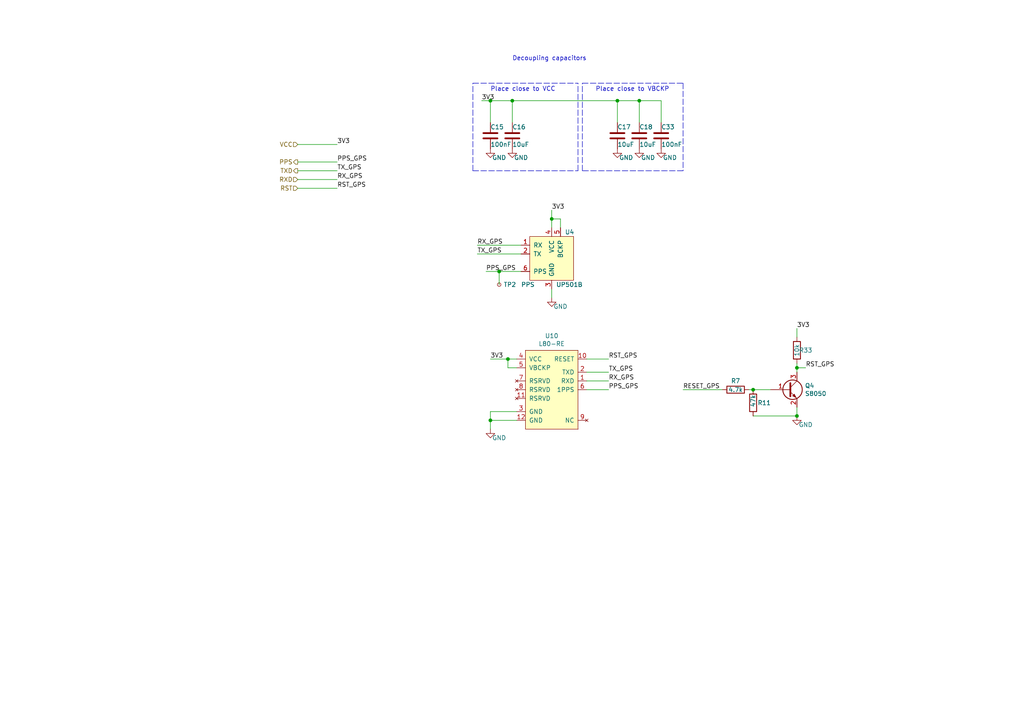
<source format=kicad_sch>
(kicad_sch (version 20211123) (generator eeschema)
  (paper "A4")
  (lib_symbols
    (symbol "Connector:TestPoint_Small" (pin_numbers hide) (pin_names (offset 0.762) hide)
      (property "Reference" "TP" (at 0 3.81 0))
      (property "Value" "TestPoint_Small" (at 0 2.032 0))
      (symbol "TestPoint_Small_0_1"
        (circle (center 0 0) (radius 0.508))
      )
      (symbol "TestPoint_Small_1_1"
        (pin passive line (at 0 0 90) (length 0) (name "1") (number "1"))
      )
    )
    (symbol "Device:C" (pin_numbers hide) (pin_names (offset 0.254))
      (property "Reference" "C" (at 0.635 2.54 0))
      (property "Value" "C" (at 0.635 -2.54 0))
      (symbol "C_0_1"
        (polyline (pts (xy -2.032 -0.762) (xy 2.032 -0.762)) (stroke (width 0.508)))
        (polyline (pts (xy -2.032 0.762) (xy 2.032 0.762)) (stroke (width 0.508)))
      )
      (symbol "C_1_1"
        (pin passive line (at 0 3.81 270) (length 2.794) (name "~") (number "1"))
        (pin passive line (at 0 -3.81 90) (length 2.794) (name "~") (number "2"))
      )
    )
    (symbol "Device:Q_NPN_BEC" (pin_names (offset 0) hide)
      (property "Reference" "Q" (at 5.08 1.27 0))
      (property "Value" "Q_NPN_BEC" (at 5.08 -1.27 0))
      (symbol "Q_NPN_BEC_0_1"
        (polyline (pts (xy 0.635 0.635) (xy 2.54 2.54)))
        (polyline (pts (xy 0.635 -0.635) (xy 2.54 -2.54) (xy 2.54 -2.54)))
        (polyline (pts (xy 0.635 1.905) (xy 0.635 -1.905) (xy 0.635 -1.905)) (stroke (width 0.508)))
        (polyline (pts (xy 1.27 -1.778) (xy 1.778 -1.27) (xy 2.286 -2.286) (xy 1.27 -1.778) (xy 1.27 -1.778)) (fill (type outline)))
        (circle (center 1.27 0) (radius 2.8194) (stroke (width 0.254)))
      )
      (symbol "Q_NPN_BEC_1_1"
        (pin input line (at -5.08 0 0) (length 5.715) (name "B") (number "1"))
        (pin passive line (at 2.54 -5.08 90) (length 2.54) (name "E") (number "2"))
        (pin passive line (at 2.54 5.08 270) (length 2.54) (name "C") (number "3"))
      )
    )
    (symbol "Device:R" (pin_numbers hide) (pin_names (offset 0))
      (property "Reference" "R" (at 2.032 0 90))
      (property "Value" "R" (at 0 0 90))
      (symbol "R_0_1"
        (rectangle (start -1.016 -2.54) (end 1.016 2.54) (stroke (width 0.254)))
      )
      (symbol "R_1_1"
        (pin passive line (at 0 3.81 270) (length 1.27) (name "~") (number "1"))
        (pin passive line (at 0 -3.81 90) (length 1.27) (name "~") (number "2"))
      )
    )
    (symbol "gps_tracker:L80-RE" (pin_names (offset 1.016))
      (property "Reference" "U" (at 5.08 8.89 0))
      (property "Value" "L80-RE" (at 0 -16.51 0))
      (symbol "L80-RE_0_1"
        (rectangle (start -7.62 7.62) (end 7.62 -15.24) (fill (type background)))
        (rectangle (start 7.62 -15.24) (end 7.62 -15.24))
        (rectangle (start 7.62 -15.24) (end 7.62 -15.24))
      )
      (symbol "L80-RE_1_1"
        (pin input line (at 10.16 -1.27 180) (length 2.54) (name "RXD") (number "1"))
        (pin input line (at 10.16 5.08 180) (length 2.54) (name "RESET") (number "10"))
        (pin no_connect line (at -10.16 -6.35 0) (length 2.54) (name "RSRVD") (number "11"))
        (pin passive line (at -10.16 -12.7 0) (length 2.54) (name "GND") (number "12"))
        (pin output line (at 10.16 1.27 180) (length 2.54) (name "TXD") (number "2"))
        (pin passive line (at -10.16 -10.16 0) (length 2.54) (name "GND") (number "3"))
        (pin input line (at -10.16 5.08 0) (length 2.54) (name "VCC") (number "4"))
        (pin input line (at -10.16 2.54 0) (length 2.54) (name "VBCKP") (number "5"))
        (pin output line (at 10.16 -3.81 180) (length 2.54) (name "1PPS") (number "6"))
        (pin no_connect line (at -10.16 -1.27 0) (length 2.54) (name "RSRVD") (number "7"))
        (pin no_connect line (at -10.16 -3.81 0) (length 2.54) (name "RSRVD") (number "8"))
        (pin no_connect line (at 10.16 -12.7 180) (length 2.54) (name "NC") (number "9"))
      )
    )
    (symbol "gps_tracker:UP501B" (pin_names (offset 1.016))
      (property "Reference" "U" (at 5.08 12.7 0))
      (property "Value" "UP501B" (at -1.27 12.7 0))
      (symbol "UP501B_0_1"
        (rectangle (start -6.35 6.35) (end 6.35 -6.35) (fill (type background)))
      )
      (symbol "UP501B_1_1"
        (pin input line (at -8.89 3.81 0) (length 2.54) (name "RX") (number "1"))
        (pin input line (at -8.89 1.27 0) (length 2.54) (name "TX") (number "2"))
        (pin input line (at 0 -8.89 90) (length 2.54) (name "GND") (number "3"))
        (pin input line (at 0 8.89 270) (length 2.54) (name "VCC") (number "4"))
        (pin input line (at 2.54 8.89 270) (length 2.54) (name "BCKP") (number "5"))
        (pin input line (at -8.89 -3.81 0) (length 2.54) (name "PPS") (number "6"))
      )
    )
    (symbol "power:GND" (power) (pin_names (offset 0))
      (property "Value" "GND" (at 0 -3.81 0))
      (symbol "GND_0_1"
        (polyline (pts (xy 0 0) (xy 0 -1.27) (xy 1.27 -1.27) (xy 0 -2.54) (xy -1.27 -1.27) (xy 0 -1.27)))
      )
      (symbol "GND_1_1"
        (pin power_in line (at 0 0 270) (length 0) hide (name "GND") (number "1"))
      )
    )
  )
  (junction (at 142.24 29.21))
  (junction (at 185.42 29.21))
  (junction (at 179.07 29.21))
  (junction (at 148.59 29.21))
  (junction (at 147.32 104.14))
  (junction (at 142.24 121.92))
  (junction (at 231.14 120.65))
  (junction (at 218.44 113.03))
  (junction (at 160.02 63.5))
  (junction (at 231.14 106.68))
  (junction (at 144.78 78.74))
  (wire (pts (xy 170.18 104.14) (xy 176.53 104.14)))
  (wire (pts (xy 86.36 49.53) (xy 97.79 49.53)))
  (wire (pts (xy 144.78 78.74) (xy 151.13 78.74)))
  (wire (pts (xy 191.77 29.21) (xy 185.42 29.21)))
  (polyline (pts (xy 168.91 49.53) (xy 168.91 24.13)))
  (wire (pts (xy 191.77 35.56) (xy 191.77 29.21)))
  (wire (pts (xy 160.02 63.5) (xy 162.56 63.5)))
  (wire (pts (xy 151.13 73.66) (xy 138.43 73.66)))
  (polyline (pts (xy 137.16 24.13) (xy 167.64 24.13)))
  (wire (pts (xy 198.12 113.03) (xy 209.55 113.03)))
  (wire (pts (xy 147.32 106.68) (xy 147.32 104.14)))
  (wire (pts (xy 142.24 35.56) (xy 142.24 29.21)))
  (wire (pts (xy 218.44 113.03) (xy 223.52 113.03)))
  (wire (pts (xy 142.24 29.21) (xy 148.59 29.21)))
  (wire (pts (xy 218.44 113.03) (xy 217.17 113.03)))
  (wire (pts (xy 185.42 29.21) (xy 179.07 29.21)))
  (polyline (pts (xy 137.16 49.53) (xy 167.64 49.53)))
  (wire (pts (xy 144.78 82.55) (xy 144.78 78.74)))
  (wire (pts (xy 148.59 35.56) (xy 148.59 29.21)))
  (polyline (pts (xy 137.16 49.53) (xy 137.16 24.13)))
  (polyline (pts (xy 168.91 24.13) (xy 198.12 24.13)))
  (polyline (pts (xy 167.64 49.53) (xy 167.64 24.13)))
  (wire (pts (xy 160.02 60.96) (xy 160.02 63.5)))
  (wire (pts (xy 86.36 54.61) (xy 97.79 54.61)))
  (wire (pts (xy 142.24 121.92) (xy 142.24 124.46)))
  (wire (pts (xy 147.32 104.14) (xy 142.24 104.14)))
  (wire (pts (xy 149.86 119.38) (xy 142.24 119.38)))
  (wire (pts (xy 142.24 29.21) (xy 139.7 29.21)))
  (wire (pts (xy 138.43 71.12) (xy 151.13 71.12)))
  (wire (pts (xy 170.18 113.03) (xy 176.53 113.03)))
  (polyline (pts (xy 198.12 24.13) (xy 198.12 49.53)))
  (wire (pts (xy 231.14 105.41) (xy 231.14 106.68)))
  (wire (pts (xy 86.36 41.91) (xy 97.79 41.91)))
  (wire (pts (xy 162.56 66.04) (xy 162.56 63.5)))
  (wire (pts (xy 86.36 52.07) (xy 97.79 52.07)))
  (polyline (pts (xy 198.12 49.53) (xy 168.91 49.53)))
  (wire (pts (xy 160.02 66.04) (xy 160.02 63.5)))
  (wire (pts (xy 160.02 86.36) (xy 160.02 83.82)))
  (wire (pts (xy 170.18 110.49) (xy 176.53 110.49)))
  (wire (pts (xy 179.07 35.56) (xy 179.07 29.21)))
  (wire (pts (xy 148.59 29.21) (xy 179.07 29.21)))
  (wire (pts (xy 231.14 120.65) (xy 231.14 118.11)))
  (wire (pts (xy 231.14 106.68) (xy 231.14 107.95)))
  (wire (pts (xy 149.86 106.68) (xy 147.32 106.68)))
  (wire (pts (xy 149.86 121.92) (xy 142.24 121.92)))
  (wire (pts (xy 231.14 97.79) (xy 231.14 95.25)))
  (wire (pts (xy 233.68 106.68) (xy 231.14 106.68)))
  (wire (pts (xy 86.36 46.99) (xy 97.79 46.99)))
  (wire (pts (xy 170.18 107.95) (xy 176.53 107.95)))
  (wire (pts (xy 140.97 78.74) (xy 144.78 78.74)))
  (wire (pts (xy 218.44 120.65) (xy 231.14 120.65)))
  (wire (pts (xy 185.42 35.56) (xy 185.42 29.21)))
  (wire (pts (xy 149.86 104.14) (xy 147.32 104.14)))
  (wire (pts (xy 142.24 119.38) (xy 142.24 121.92)))
  (text "Place close to VBCKP" (at 172.72 26.67 0) (effects (font (size 1.27 1.27)) (justify left bottom)))
  (text "Place close to VCC" (at 142.24 26.67 0) (effects (font (size 1.27 1.27)) (justify left bottom)))
  (text "Decoupling capacitors" (at 148.59 17.78 0) (effects (font (size 1.27 1.27)) (justify left bottom)))
  (label "TX_GPS" (at 138.43 73.66 0))
  (label "RX_GPS" (at 138.43 71.12 0))
  (label "RST_GPS" (at 97.79 54.61 0))
  (label "RESET_GPS" (at 198.12 113.03 0))
  (label "TX_GPS" (at 176.53 107.95 0))
  (label "PPS_GPS" (at 176.53 113.03 0))
  (label "RX_GPS" (at 97.79 52.07 0))
  (label "3V3" (at 160.02 60.96 0))
  (label "3V3" (at 231.14 95.25 0))
  (label "PPS_GPS" (at 140.97 78.74 0))
  (label "RX_GPS" (at 176.53 110.49 0))
  (label "3V3" (at 97.79 41.91 0))
  (label "3V3" (at 139.7 29.21 0))
  (label "RST_GPS" (at 176.53 104.14 0))
  (label "PPS_GPS" (at 97.79 46.99 0))
  (label "3V3" (at 142.24 104.14 0))
  (label "TX_GPS" (at 97.79 49.53 0))
  (label "RST_GPS" (at 233.68 106.68 0))
  (hierarchical_label "TXD" (shape output) (at 86.36 49.53 180))
  (hierarchical_label "RXD" (shape input) (at 86.36 52.07 180))
  (hierarchical_label "PPS" (shape output) (at 86.36 46.99 180))
  (hierarchical_label "RST" (shape input) (at 86.36 54.61 180))
  (hierarchical_label "VCC" (shape input) (at 86.36 41.91 180))
  (symbol (lib_id "gps_tracker:UP501B") (at 160.02 74.93 0) (unit 1)
    (property "Reference" "U4" (at 163.83 67.31 0) (effects (justify left)))
    (property "Value" "UP501B" (at 161.29 82.55 0) (effects (justify left)))
    (property "Footprint" "gps_tracker:UP501B" (effects hide))
    (property "LCSC" "-" (effects hide))
    (property "Manufacturer" "Fastrax" (effects hide))
    (property "Mfr. PN" "UP501B" (effects hide))
    (property "Supplier" "Mouser" (effects hide))
    (property "Supplier PN" "-" (effects hide))
  )
  (symbol (lib_id "power:GND") (at 160.02 86.36 0) (unit 1)
    (property "Reference" "#PWR016" (effects hide))
    (property "Value" "GND" (at 162.56 88.9 0))
  )
  (symbol (lib_id "Device:C") (at 142.24 39.37 0)
    (property "Reference" "C15" (at 142.24 36.83 0) (effects (justify left)))
    (property "Value" "100nF" (at 142.24 41.91 0) (effects (justify left)))
    (property "Footprint" "Capacitor_SMD:C_0402_1005Metric" (effects hide))
    (property "Datasheet" "Samsung-Electro-Mechanics-CL05B104KO5NNNC_C1525.pdf" (effects hide))
    (property "LCSC" "C1525" (effects hide))
    (property "Manufacturer" "Samsung Electro-Mechanics" (effects hide))
    (property "Mfr. PN" "CL05B104KO5NNNC" (effects hide))
    (property "Supplier" "LCSC" (effects hide))
    (property "Supplier PN" "C1525" (effects hide))
  )
  (symbol (lib_id "power:GND") (at 142.24 43.18 0) (unit 1)
    (property "Reference" "#PWR09" (effects hide))
    (property "Value" "GND" (at 144.78 45.72 0))
  )
  (symbol (lib_id "Device:C") (at 148.59 39.37 0)
    (property "Reference" "C16" (at 148.59 36.83 0) (effects (justify left)))
    (property "Value" "10uF" (at 148.59 41.91 0) (effects (justify left)))
    (property "Footprint" "Capacitor_SMD:C_0603_1608Metric" (effects hide))
    (property "Datasheet" "Samsung-Electro-Mechanics-CL10A106KP8NNNC_C19702.pdf" (effects hide))
    (property "LCSC" "C19702" (effects hide))
    (property "Manufacturer" "Samsung Electro-Mechanics" (effects hide))
    (property "Mfr. PN" "CL10A106KP8NNNC" (effects hide))
    (property "Supplier" "LCSC" (effects hide))
    (property "Supplier PN" "C19702" (effects hide))
  )
  (symbol (lib_id "Device:C") (at 191.77 39.37 0)
    (property "Reference" "C33" (at 191.77 36.83 0) (effects (justify left)))
    (property "Value" "100nF" (at 191.77 41.91 0) (effects (justify left)))
    (property "Footprint" "Capacitor_SMD:C_0402_1005Metric" (effects hide))
    (property "Datasheet" "Samsung-Electro-Mechanics-CL05B104KO5NNNC_C1525.pdf" (effects hide))
    (property "LCSC" "C1525" (effects hide))
    (property "Manufacturer" "Samsung Electro-Mechanics" (effects hide))
    (property "Mfr. PN" "CL05B104KO5NNNC" (effects hide))
    (property "Supplier" "LCSC" (effects hide))
    (property "Supplier PN" "C1525" (effects hide))
  )
  (symbol (lib_id "power:GND") (at 148.59 43.18 0) (unit 1)
    (property "Reference" "#PWR014" (effects hide))
    (property "Value" "GND" (at 151.13 45.72 0))
  )
  (symbol (lib_id "power:GND") (at 185.42 43.18 0) (unit 1)
    (property "Reference" "#PWR015" (effects hide))
    (property "Value" "GND" (at 187.96 45.72 0))
  )
  (symbol (lib_id "power:GND") (at 191.77 43.18 0) (unit 1)
    (property "Reference" "#PWR017" (effects hide))
    (property "Value" "GND" (at 194.31 45.72 0))
  )
  (symbol (lib_id "Device:C") (at 185.42 39.37 0)
    (property "Reference" "C18" (at 185.42 36.83 0) (effects (justify left)))
    (property "Value" "10uF" (at 185.42 41.91 0) (effects (justify left)))
    (property "Footprint" "Capacitor_SMD:C_0603_1608Metric" (effects hide))
    (property "Datasheet" "Samsung-Electro-Mechanics-CL10A106KP8NNNC_C19702.pdf" (effects hide))
    (property "LCSC" "C19702" (effects hide))
    (property "Manufacturer" "Samsung Electro-Mechanics" (effects hide))
    (property "Mfr. PN" "CL10A106KP8NNNC" (effects hide))
    (property "Supplier" "LCSC" (effects hide))
    (property "Supplier PN" "C19702" (effects hide))
  )
  (symbol (lib_id "Connector:TestPoint_Small") (at 144.78 82.55 0) (unit 1)
    (property "Reference" "TP2" (at 146.05 82.55 0) (effects (justify left)))
    (property "Value" "PPS" (at 151.13 82.55 0) (effects (justify left)))
    (property "Footprint" "TestPoint:TestPoint_Pad_D1.5mm" (effects hide))
    (property "LCSC" "-" (effects hide))
  )
  (symbol (lib_id "Device:C") (at 179.07 39.37 0)
    (property "Reference" "C17" (at 179.07 36.83 0) (effects (justify left)))
    (property "Value" "10uF" (at 179.07 41.91 0) (effects (justify left)))
    (property "Footprint" "Capacitor_SMD:C_0603_1608Metric" (effects hide))
    (property "Datasheet" "Samsung-Electro-Mechanics-CL10A106KP8NNNC_C19702.pdf" (effects hide))
    (property "LCSC" "C19702" (effects hide))
    (property "Manufacturer" "Samsung Electro-Mechanics" (effects hide))
    (property "Mfr. PN" "CL10A106KP8NNNC" (effects hide))
    (property "Supplier" "LCSC" (effects hide))
    (property "Supplier PN" "C19702" (effects hide))
  )
  (symbol (lib_id "power:GND") (at 179.07 43.18 0) (unit 1)
    (property "Reference" "#PWR034" (effects hide))
    (property "Value" "GND" (at 181.61 45.72 0))
  )
  (symbol (lib_id "gps_tracker:L80-RE") (at 160.02 109.22 0) (unit 1)
    (property "Reference" "U10" (at 160.02 97.409 0))
    (property "Value" "L80-RE" (at 160.02 99.7204 0))
    (property "Footprint" "gps_tracker:L80RE" (effects hide))
    (property "Datasheet" "file:///C:/Users/Ricardo/Dropbox/Projects/008.gps_tracker/gps_tracker_basic/datasheets/Quectel_L80-R_Hardware_Design_V1.3.pdf" (effects hide))
    (property "LCSC" "-" (effects hide))
    (property "Manufacturer" "Quectel" (effects hide))
    (property "Mfr. PN" "L80RE-M37" (effects hide))
    (property "Supplier" "Mouser" (effects hide))
    (property "Supplier PN" "277-L80RE-M37" (effects hide))
  )
  (symbol (lib_id "power:GND") (at 142.24 124.46 0) (unit 1)
    (property "Reference" "#PWR013" (effects hide))
    (property "Value" "GND" (at 144.78 127 0))
  )
  (symbol (lib_id "Device:R") (at 213.36 113.03 270)
    (property "Reference" "R7" (at 213.36 110.49 90))
    (property "Value" "4.7k" (at 213.36 113.03 90))
    (property "Footprint" "Resistor_SMD:R_0402_1005Metric" (effects hide))
    (property "Datasheet" "Uniroyal-Elec-0402WGF4701TCE_C25900.pdf" (effects hide))
    (property "LCSC" "C25900" (effects hide))
    (property "Manufacturer" "Uniroyal Elec" (effects hide))
    (property "Mfr. PN" "0402WGF4701TCE" (effects hide))
    (property "Supplier" "LCSC" (effects hide))
    (property "Supplier PN" "C25900" (effects hide))
  )
  (symbol (lib_id "Device:R") (at 218.44 116.84 0)
    (property "Reference" "R11" (at 219.71 116.84 0) (effects (justify left)))
    (property "Value" "47k" (at 218.44 118.11 90) (effects (justify left)))
    (property "Footprint" "Resistor_SMD:R_0402_1005Metric" (effects hide))
    (property "Datasheet" "Uniroyal-Elec-0402WGF4702TCE_C25792.pdf" (effects hide))
    (property "LCSC" "C25792" (effects hide))
    (property "Manufacturer" "Uniroyal Elec" (effects hide))
    (property "Mfr. PN" "0402WGF4702TCE" (effects hide))
    (property "Supplier" "LCSC" (effects hide))
    (property "Supplier PN" "C25792" (effects hide))
  )
  (symbol (lib_id "power:GND") (at 231.14 120.65 0)
    (property "Reference" "#PWR037" (effects hide))
    (property "Value" "GND" (at 233.68 123.19 0))
  )
  (symbol (lib_id "Device:R") (at 231.14 101.6 0)
    (property "Reference" "R33" (at 233.68 101.6 0))
    (property "Value" "10k" (at 231.14 101.6 90))
    (property "Footprint" "Resistor_SMD:R_0402_1005Metric" (effects hide))
    (property "Datasheet" "https://datasheet.lcsc.com/szlcsc/Uniroyal-Elec-0402WGF1002TCE_C25744.pdf" (effects hide))
    (property "LCSC" "C25744" (effects hide))
    (property "Manufacturer" "Uniroyal Elec" (effects hide))
    (property "Mfr. PN" "0402WGF1002TCE" (effects hide))
    (property "Supplier" "LCSC" (effects hide))
    (property "Supplier PN" "C25744" (effects hide))
  )
  (symbol (lib_id "Device:Q_NPN_BEC") (at 228.6 113.03 0)
    (property "Reference" "Q4" (at 233.4514 111.8616 0) (effects (justify left)))
    (property "Value" "S8050" (at 233.4514 114.173 0) (effects (justify left)))
    (property "Footprint" "Package_TO_SOT_SMD:SOT-23" (effects hide))
    (property "Datasheet" "https://datasheet.lcsc.com/szlcsc/Changjiang-Electronics-Tech-CJ-S8050_C2146.pdf" (effects hide))
    (property "LCSC" "C2146" (effects hide))
    (property "Manufacturer" "Changjiang Electronics Tech (CJ)" (effects hide))
    (property "Mfr. PN" "S8050" (effects hide))
    (property "Supplier" "LCSC" (effects hide))
    (property "Supplier PN" "C2146" (effects hide))
  )
)
</source>
